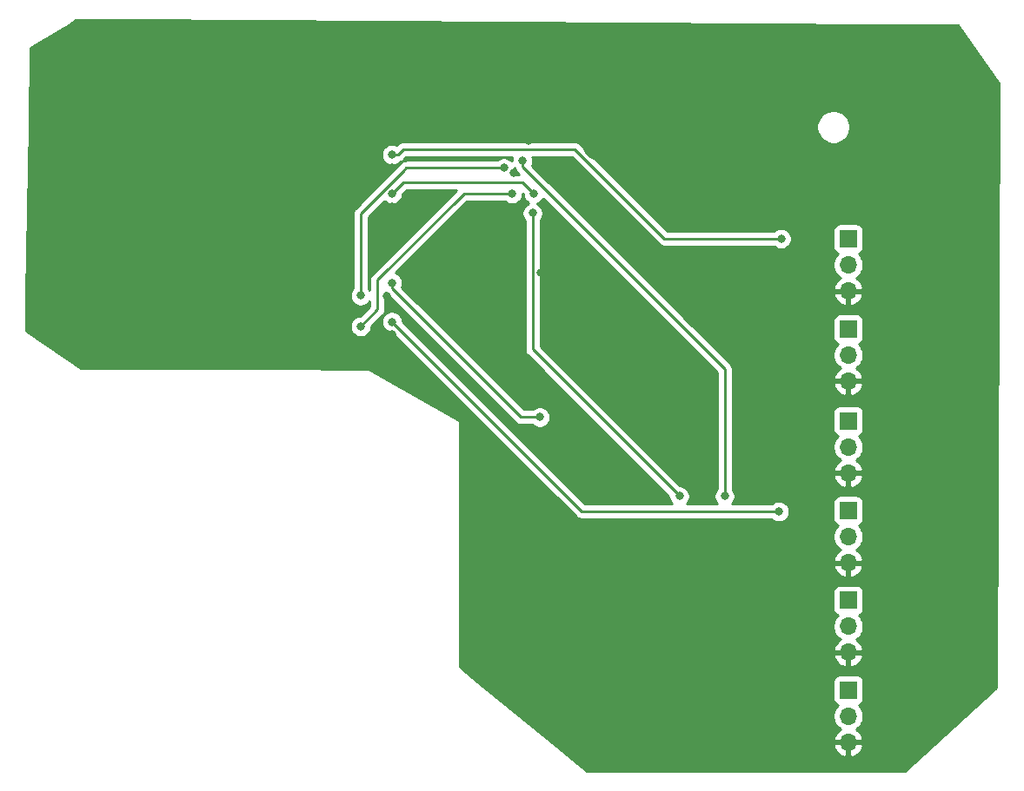
<source format=gbr>
G04 #@! TF.GenerationSoftware,KiCad,Pcbnew,(5.1.5)-3*
G04 #@! TF.CreationDate,2022-02-18T13:47:20-05:00*
G04 #@! TF.ProjectId,Motor board,4d6f746f-7220-4626-9f61-72642e6b6963,rev?*
G04 #@! TF.SameCoordinates,Original*
G04 #@! TF.FileFunction,Copper,L2,Bot*
G04 #@! TF.FilePolarity,Positive*
%FSLAX46Y46*%
G04 Gerber Fmt 4.6, Leading zero omitted, Abs format (unit mm)*
G04 Created by KiCad (PCBNEW (5.1.5)-3) date 2022-02-18 13:47:20*
%MOMM*%
%LPD*%
G04 APERTURE LIST*
%ADD10O,1.700000X1.700000*%
%ADD11R,1.700000X1.700000*%
%ADD12C,3.200000*%
%ADD13C,0.800000*%
%ADD14C,0.250000*%
%ADD15C,0.254000*%
G04 APERTURE END LIST*
D10*
X197750000Y-43290000D03*
X197750000Y-40750000D03*
D11*
X197750000Y-38210000D03*
X197750000Y-47000000D03*
D10*
X197750000Y-49540000D03*
X197750000Y-52080000D03*
X197750000Y-61040000D03*
X197750000Y-58500000D03*
D11*
X197750000Y-55960000D03*
X197750000Y-64710000D03*
D10*
X197750000Y-67250000D03*
X197750000Y-69790000D03*
X197750000Y-78540000D03*
X197750000Y-76000000D03*
D11*
X197750000Y-73460000D03*
X197750000Y-82210000D03*
D10*
X197750000Y-84750000D03*
X197750000Y-87290000D03*
D12*
X182600000Y-87800000D03*
D13*
X166600000Y-28600000D03*
X152800000Y-43800000D03*
X152800000Y-39900000D03*
X153300000Y-31300000D03*
X153300000Y-27500000D03*
X165200000Y-31800000D03*
X167800000Y-41500000D03*
X195000000Y-53300000D03*
X153300000Y-47500000D03*
X153300000Y-35100000D03*
D12*
X190600000Y-20800000D03*
X173500000Y-29000000D03*
D13*
X180700000Y-34100000D03*
X195000000Y-62250000D03*
X195000000Y-71000000D03*
X195000000Y-79750000D03*
X195000000Y-88500000D03*
X195000000Y-44400000D03*
X164200000Y-47600000D03*
X166000000Y-30600000D03*
X185700000Y-63300000D03*
X150250000Y-43750000D03*
X164200000Y-31300000D03*
X150250000Y-46750000D03*
X165000000Y-33800000D03*
X167000000Y-35700000D03*
X181300000Y-63300000D03*
X153300000Y-33800000D03*
X167100000Y-33800000D03*
X191200000Y-38200000D03*
X153300000Y-30000000D03*
X153300000Y-42500000D03*
X167700000Y-55600000D03*
X191000000Y-64800000D03*
X153300000Y-46300000D03*
D14*
X185700000Y-50900000D02*
X185700000Y-63300000D01*
X166000000Y-31200000D02*
X185700000Y-50900000D01*
X166000000Y-30600000D02*
X166000000Y-31200000D01*
X150250000Y-35776998D02*
X150250000Y-43750000D01*
X154700000Y-31300000D02*
X154400000Y-31600000D01*
X164200000Y-31300000D02*
X154700000Y-31300000D01*
X154400000Y-31600000D02*
X150250000Y-35776998D01*
X151900000Y-45100000D02*
X150250000Y-46750000D01*
X151900000Y-42200000D02*
X151900000Y-45100000D01*
X164900000Y-33800000D02*
X160300000Y-33800000D01*
X160300000Y-33800000D02*
X151900000Y-42200000D01*
X167000000Y-49000000D02*
X181300000Y-63300000D01*
X167000000Y-35700000D02*
X167000000Y-49000000D01*
X153300000Y-33800000D02*
X154400000Y-32700000D01*
X154400000Y-32700000D02*
X166000000Y-32700000D01*
X166000000Y-32700000D02*
X167100000Y-33800000D01*
X190634315Y-38200000D02*
X191200000Y-38200000D01*
X179850998Y-38200000D02*
X190634315Y-38200000D01*
X171125997Y-29474999D02*
X179850998Y-38200000D01*
X154390686Y-29474999D02*
X171125997Y-29474999D01*
X153865685Y-30000000D02*
X154390686Y-29474999D01*
X153300000Y-30000000D02*
X153865685Y-30000000D01*
X167134315Y-55600000D02*
X167700000Y-55600000D01*
X165834315Y-55600000D02*
X167134315Y-55600000D01*
X153300000Y-43065685D02*
X165834315Y-55600000D01*
X153300000Y-42500000D02*
X153300000Y-43065685D01*
X171800000Y-64800000D02*
X155200000Y-48200000D01*
X191000000Y-64800000D02*
X171800000Y-64800000D01*
X155200000Y-48200000D02*
X153300000Y-46300000D01*
D15*
G36*
X200749189Y-17376997D02*
G01*
X200750000Y-17377000D01*
X208433641Y-17377000D01*
X212372831Y-23039586D01*
X212123236Y-81943915D01*
X203236599Y-90090000D01*
X172267855Y-90090000D01*
X172254271Y-90089264D01*
X169275767Y-87646890D01*
X196308524Y-87646890D01*
X196353175Y-87794099D01*
X196478359Y-88056920D01*
X196652412Y-88290269D01*
X196868645Y-88485178D01*
X197118748Y-88634157D01*
X197393109Y-88731481D01*
X197623000Y-88610814D01*
X197623000Y-87417000D01*
X197877000Y-87417000D01*
X197877000Y-88610814D01*
X198106891Y-88731481D01*
X198381252Y-88634157D01*
X198631355Y-88485178D01*
X198847588Y-88290269D01*
X199021641Y-88056920D01*
X199146825Y-87794099D01*
X199191476Y-87646890D01*
X199070155Y-87417000D01*
X197877000Y-87417000D01*
X197623000Y-87417000D01*
X196429845Y-87417000D01*
X196308524Y-87646890D01*
X169275767Y-87646890D01*
X161608827Y-81360000D01*
X196261928Y-81360000D01*
X196261928Y-83060000D01*
X196274188Y-83184482D01*
X196310498Y-83304180D01*
X196369463Y-83414494D01*
X196448815Y-83511185D01*
X196545506Y-83590537D01*
X196655820Y-83649502D01*
X196728380Y-83671513D01*
X196596525Y-83803368D01*
X196434010Y-84046589D01*
X196322068Y-84316842D01*
X196265000Y-84603740D01*
X196265000Y-84896260D01*
X196322068Y-85183158D01*
X196434010Y-85453411D01*
X196596525Y-85696632D01*
X196803368Y-85903475D01*
X196985534Y-86025195D01*
X196868645Y-86094822D01*
X196652412Y-86289731D01*
X196478359Y-86523080D01*
X196353175Y-86785901D01*
X196308524Y-86933110D01*
X196429845Y-87163000D01*
X197623000Y-87163000D01*
X197623000Y-87143000D01*
X197877000Y-87143000D01*
X197877000Y-87163000D01*
X199070155Y-87163000D01*
X199191476Y-86933110D01*
X199146825Y-86785901D01*
X199021641Y-86523080D01*
X198847588Y-86289731D01*
X198631355Y-86094822D01*
X198514466Y-86025195D01*
X198696632Y-85903475D01*
X198903475Y-85696632D01*
X199065990Y-85453411D01*
X199177932Y-85183158D01*
X199235000Y-84896260D01*
X199235000Y-84603740D01*
X199177932Y-84316842D01*
X199065990Y-84046589D01*
X198903475Y-83803368D01*
X198771620Y-83671513D01*
X198844180Y-83649502D01*
X198954494Y-83590537D01*
X199051185Y-83511185D01*
X199130537Y-83414494D01*
X199189502Y-83304180D01*
X199225812Y-83184482D01*
X199238072Y-83060000D01*
X199238072Y-81360000D01*
X199225812Y-81235518D01*
X199189502Y-81115820D01*
X199130537Y-81005506D01*
X199051185Y-80908815D01*
X198954494Y-80829463D01*
X198844180Y-80770498D01*
X198724482Y-80734188D01*
X198600000Y-80721928D01*
X196900000Y-80721928D01*
X196775518Y-80734188D01*
X196655820Y-80770498D01*
X196545506Y-80829463D01*
X196448815Y-80908815D01*
X196369463Y-81005506D01*
X196310498Y-81115820D01*
X196274188Y-81235518D01*
X196261928Y-81360000D01*
X161608827Y-81360000D01*
X159877000Y-79939902D01*
X159877000Y-78896890D01*
X196308524Y-78896890D01*
X196353175Y-79044099D01*
X196478359Y-79306920D01*
X196652412Y-79540269D01*
X196868645Y-79735178D01*
X197118748Y-79884157D01*
X197393109Y-79981481D01*
X197623000Y-79860814D01*
X197623000Y-78667000D01*
X197877000Y-78667000D01*
X197877000Y-79860814D01*
X198106891Y-79981481D01*
X198381252Y-79884157D01*
X198631355Y-79735178D01*
X198847588Y-79540269D01*
X199021641Y-79306920D01*
X199146825Y-79044099D01*
X199191476Y-78896890D01*
X199070155Y-78667000D01*
X197877000Y-78667000D01*
X197623000Y-78667000D01*
X196429845Y-78667000D01*
X196308524Y-78896890D01*
X159877000Y-78896890D01*
X159877000Y-72610000D01*
X196261928Y-72610000D01*
X196261928Y-74310000D01*
X196274188Y-74434482D01*
X196310498Y-74554180D01*
X196369463Y-74664494D01*
X196448815Y-74761185D01*
X196545506Y-74840537D01*
X196655820Y-74899502D01*
X196728380Y-74921513D01*
X196596525Y-75053368D01*
X196434010Y-75296589D01*
X196322068Y-75566842D01*
X196265000Y-75853740D01*
X196265000Y-76146260D01*
X196322068Y-76433158D01*
X196434010Y-76703411D01*
X196596525Y-76946632D01*
X196803368Y-77153475D01*
X196985534Y-77275195D01*
X196868645Y-77344822D01*
X196652412Y-77539731D01*
X196478359Y-77773080D01*
X196353175Y-78035901D01*
X196308524Y-78183110D01*
X196429845Y-78413000D01*
X197623000Y-78413000D01*
X197623000Y-78393000D01*
X197877000Y-78393000D01*
X197877000Y-78413000D01*
X199070155Y-78413000D01*
X199191476Y-78183110D01*
X199146825Y-78035901D01*
X199021641Y-77773080D01*
X198847588Y-77539731D01*
X198631355Y-77344822D01*
X198514466Y-77275195D01*
X198696632Y-77153475D01*
X198903475Y-76946632D01*
X199065990Y-76703411D01*
X199177932Y-76433158D01*
X199235000Y-76146260D01*
X199235000Y-75853740D01*
X199177932Y-75566842D01*
X199065990Y-75296589D01*
X198903475Y-75053368D01*
X198771620Y-74921513D01*
X198844180Y-74899502D01*
X198954494Y-74840537D01*
X199051185Y-74761185D01*
X199130537Y-74664494D01*
X199189502Y-74554180D01*
X199225812Y-74434482D01*
X199238072Y-74310000D01*
X199238072Y-72610000D01*
X199225812Y-72485518D01*
X199189502Y-72365820D01*
X199130537Y-72255506D01*
X199051185Y-72158815D01*
X198954494Y-72079463D01*
X198844180Y-72020498D01*
X198724482Y-71984188D01*
X198600000Y-71971928D01*
X196900000Y-71971928D01*
X196775518Y-71984188D01*
X196655820Y-72020498D01*
X196545506Y-72079463D01*
X196448815Y-72158815D01*
X196369463Y-72255506D01*
X196310498Y-72365820D01*
X196274188Y-72485518D01*
X196261928Y-72610000D01*
X159877000Y-72610000D01*
X159877000Y-70146890D01*
X196308524Y-70146890D01*
X196353175Y-70294099D01*
X196478359Y-70556920D01*
X196652412Y-70790269D01*
X196868645Y-70985178D01*
X197118748Y-71134157D01*
X197393109Y-71231481D01*
X197623000Y-71110814D01*
X197623000Y-69917000D01*
X197877000Y-69917000D01*
X197877000Y-71110814D01*
X198106891Y-71231481D01*
X198381252Y-71134157D01*
X198631355Y-70985178D01*
X198847588Y-70790269D01*
X199021641Y-70556920D01*
X199146825Y-70294099D01*
X199191476Y-70146890D01*
X199070155Y-69917000D01*
X197877000Y-69917000D01*
X197623000Y-69917000D01*
X196429845Y-69917000D01*
X196308524Y-70146890D01*
X159877000Y-70146890D01*
X159877000Y-56000000D01*
X159874560Y-55975224D01*
X159867333Y-55951399D01*
X159855597Y-55929443D01*
X159839803Y-55910197D01*
X159813010Y-55889733D01*
X151063010Y-50889733D01*
X151040287Y-50879559D01*
X151016016Y-50874014D01*
X151000000Y-50873000D01*
X146608686Y-50873000D01*
X146050777Y-50841808D01*
X146032419Y-50840000D01*
X122990776Y-50840000D01*
X117628215Y-47183708D01*
X117691920Y-43648061D01*
X149215000Y-43648061D01*
X149215000Y-43851939D01*
X149254774Y-44051898D01*
X149332795Y-44240256D01*
X149446063Y-44409774D01*
X149590226Y-44553937D01*
X149759744Y-44667205D01*
X149948102Y-44745226D01*
X150148061Y-44785000D01*
X150351939Y-44785000D01*
X150551898Y-44745226D01*
X150740256Y-44667205D01*
X150909774Y-44553937D01*
X151053937Y-44409774D01*
X151140001Y-44280970D01*
X151140001Y-44785196D01*
X150210198Y-45715000D01*
X150148061Y-45715000D01*
X149948102Y-45754774D01*
X149759744Y-45832795D01*
X149590226Y-45946063D01*
X149446063Y-46090226D01*
X149332795Y-46259744D01*
X149254774Y-46448102D01*
X149215000Y-46648061D01*
X149215000Y-46851939D01*
X149254774Y-47051898D01*
X149332795Y-47240256D01*
X149446063Y-47409774D01*
X149590226Y-47553937D01*
X149759744Y-47667205D01*
X149948102Y-47745226D01*
X150148061Y-47785000D01*
X150351939Y-47785000D01*
X150551898Y-47745226D01*
X150740256Y-47667205D01*
X150909774Y-47553937D01*
X151053937Y-47409774D01*
X151167205Y-47240256D01*
X151245226Y-47051898D01*
X151285000Y-46851939D01*
X151285000Y-46789802D01*
X152411008Y-45663795D01*
X152440001Y-45640001D01*
X152463795Y-45611008D01*
X152463799Y-45611004D01*
X152534973Y-45524277D01*
X152539955Y-45514957D01*
X152605546Y-45392247D01*
X152649003Y-45248986D01*
X152660000Y-45137333D01*
X152660000Y-45137324D01*
X152663676Y-45100001D01*
X152660000Y-45062678D01*
X152660000Y-43480558D01*
X152665026Y-43489961D01*
X152736201Y-43576687D01*
X152760000Y-43605686D01*
X152788998Y-43629484D01*
X165270516Y-56111003D01*
X165294314Y-56140001D01*
X165410039Y-56234974D01*
X165542068Y-56305546D01*
X165685329Y-56349003D01*
X165796982Y-56360000D01*
X165796991Y-56360000D01*
X165834314Y-56363676D01*
X165871637Y-56360000D01*
X166996289Y-56360000D01*
X167040226Y-56403937D01*
X167209744Y-56517205D01*
X167398102Y-56595226D01*
X167598061Y-56635000D01*
X167801939Y-56635000D01*
X168001898Y-56595226D01*
X168190256Y-56517205D01*
X168359774Y-56403937D01*
X168503937Y-56259774D01*
X168617205Y-56090256D01*
X168695226Y-55901898D01*
X168735000Y-55701939D01*
X168735000Y-55498061D01*
X168695226Y-55298102D01*
X168617205Y-55109744D01*
X168503937Y-54940226D01*
X168359774Y-54796063D01*
X168190256Y-54682795D01*
X168001898Y-54604774D01*
X167801939Y-54565000D01*
X167598061Y-54565000D01*
X167398102Y-54604774D01*
X167209744Y-54682795D01*
X167040226Y-54796063D01*
X166996289Y-54840000D01*
X166149117Y-54840000D01*
X154241271Y-42932155D01*
X154295226Y-42801898D01*
X154335000Y-42601939D01*
X154335000Y-42398061D01*
X154295226Y-42198102D01*
X154217205Y-42009744D01*
X154103937Y-41840226D01*
X153959774Y-41696063D01*
X153790256Y-41582795D01*
X153650072Y-41524729D01*
X160614802Y-34560000D01*
X164296289Y-34560000D01*
X164340226Y-34603937D01*
X164509744Y-34717205D01*
X164698102Y-34795226D01*
X164898061Y-34835000D01*
X165101939Y-34835000D01*
X165301898Y-34795226D01*
X165490256Y-34717205D01*
X165659774Y-34603937D01*
X165803937Y-34459774D01*
X165917205Y-34290256D01*
X165995226Y-34101898D01*
X166035000Y-33901939D01*
X166035000Y-33809802D01*
X166065000Y-33839802D01*
X166065000Y-33901939D01*
X166104774Y-34101898D01*
X166182795Y-34290256D01*
X166296063Y-34459774D01*
X166440226Y-34603937D01*
X166609744Y-34717205D01*
X166638918Y-34729289D01*
X166509744Y-34782795D01*
X166340226Y-34896063D01*
X166196063Y-35040226D01*
X166082795Y-35209744D01*
X166004774Y-35398102D01*
X165965000Y-35598061D01*
X165965000Y-35801939D01*
X166004774Y-36001898D01*
X166082795Y-36190256D01*
X166196063Y-36359774D01*
X166240000Y-36403711D01*
X166240001Y-48962668D01*
X166236324Y-49000000D01*
X166250998Y-49148985D01*
X166294454Y-49292246D01*
X166365026Y-49424276D01*
X166396287Y-49462367D01*
X166460000Y-49540001D01*
X166488998Y-49563799D01*
X180265000Y-63339802D01*
X180265000Y-63401939D01*
X180304774Y-63601898D01*
X180382795Y-63790256D01*
X180496063Y-63959774D01*
X180576289Y-64040000D01*
X172114802Y-64040000D01*
X155763804Y-47689003D01*
X155763799Y-47688997D01*
X154335000Y-46260199D01*
X154335000Y-46198061D01*
X154295226Y-45998102D01*
X154217205Y-45809744D01*
X154103937Y-45640226D01*
X153959774Y-45496063D01*
X153790256Y-45382795D01*
X153601898Y-45304774D01*
X153401939Y-45265000D01*
X153198061Y-45265000D01*
X152998102Y-45304774D01*
X152809744Y-45382795D01*
X152640226Y-45496063D01*
X152496063Y-45640226D01*
X152382795Y-45809744D01*
X152304774Y-45998102D01*
X152265000Y-46198061D01*
X152265000Y-46401939D01*
X152304774Y-46601898D01*
X152382795Y-46790256D01*
X152496063Y-46959774D01*
X152640226Y-47103937D01*
X152809744Y-47217205D01*
X152998102Y-47295226D01*
X153198061Y-47335000D01*
X153260199Y-47335000D01*
X154688997Y-48763799D01*
X154689003Y-48763804D01*
X171236201Y-65311003D01*
X171259999Y-65340001D01*
X171288997Y-65363799D01*
X171375723Y-65434974D01*
X171507753Y-65505546D01*
X171651014Y-65549003D01*
X171762667Y-65560000D01*
X171762676Y-65560000D01*
X171799999Y-65563676D01*
X171837322Y-65560000D01*
X190296289Y-65560000D01*
X190340226Y-65603937D01*
X190509744Y-65717205D01*
X190698102Y-65795226D01*
X190898061Y-65835000D01*
X191101939Y-65835000D01*
X191301898Y-65795226D01*
X191490256Y-65717205D01*
X191659774Y-65603937D01*
X191803937Y-65459774D01*
X191917205Y-65290256D01*
X191995226Y-65101898D01*
X192035000Y-64901939D01*
X192035000Y-64698061D01*
X191995226Y-64498102D01*
X191917205Y-64309744D01*
X191803937Y-64140226D01*
X191659774Y-63996063D01*
X191490256Y-63882795D01*
X191435225Y-63860000D01*
X196261928Y-63860000D01*
X196261928Y-65560000D01*
X196274188Y-65684482D01*
X196310498Y-65804180D01*
X196369463Y-65914494D01*
X196448815Y-66011185D01*
X196545506Y-66090537D01*
X196655820Y-66149502D01*
X196728380Y-66171513D01*
X196596525Y-66303368D01*
X196434010Y-66546589D01*
X196322068Y-66816842D01*
X196265000Y-67103740D01*
X196265000Y-67396260D01*
X196322068Y-67683158D01*
X196434010Y-67953411D01*
X196596525Y-68196632D01*
X196803368Y-68403475D01*
X196985534Y-68525195D01*
X196868645Y-68594822D01*
X196652412Y-68789731D01*
X196478359Y-69023080D01*
X196353175Y-69285901D01*
X196308524Y-69433110D01*
X196429845Y-69663000D01*
X197623000Y-69663000D01*
X197623000Y-69643000D01*
X197877000Y-69643000D01*
X197877000Y-69663000D01*
X199070155Y-69663000D01*
X199191476Y-69433110D01*
X199146825Y-69285901D01*
X199021641Y-69023080D01*
X198847588Y-68789731D01*
X198631355Y-68594822D01*
X198514466Y-68525195D01*
X198696632Y-68403475D01*
X198903475Y-68196632D01*
X199065990Y-67953411D01*
X199177932Y-67683158D01*
X199235000Y-67396260D01*
X199235000Y-67103740D01*
X199177932Y-66816842D01*
X199065990Y-66546589D01*
X198903475Y-66303368D01*
X198771620Y-66171513D01*
X198844180Y-66149502D01*
X198954494Y-66090537D01*
X199051185Y-66011185D01*
X199130537Y-65914494D01*
X199189502Y-65804180D01*
X199225812Y-65684482D01*
X199238072Y-65560000D01*
X199238072Y-63860000D01*
X199225812Y-63735518D01*
X199189502Y-63615820D01*
X199130537Y-63505506D01*
X199051185Y-63408815D01*
X198954494Y-63329463D01*
X198844180Y-63270498D01*
X198724482Y-63234188D01*
X198600000Y-63221928D01*
X196900000Y-63221928D01*
X196775518Y-63234188D01*
X196655820Y-63270498D01*
X196545506Y-63329463D01*
X196448815Y-63408815D01*
X196369463Y-63505506D01*
X196310498Y-63615820D01*
X196274188Y-63735518D01*
X196261928Y-63860000D01*
X191435225Y-63860000D01*
X191301898Y-63804774D01*
X191101939Y-63765000D01*
X190898061Y-63765000D01*
X190698102Y-63804774D01*
X190509744Y-63882795D01*
X190340226Y-63996063D01*
X190296289Y-64040000D01*
X186423711Y-64040000D01*
X186503937Y-63959774D01*
X186617205Y-63790256D01*
X186695226Y-63601898D01*
X186735000Y-63401939D01*
X186735000Y-63198061D01*
X186695226Y-62998102D01*
X186617205Y-62809744D01*
X186503937Y-62640226D01*
X186460000Y-62596289D01*
X186460000Y-61396890D01*
X196308524Y-61396890D01*
X196353175Y-61544099D01*
X196478359Y-61806920D01*
X196652412Y-62040269D01*
X196868645Y-62235178D01*
X197118748Y-62384157D01*
X197393109Y-62481481D01*
X197623000Y-62360814D01*
X197623000Y-61167000D01*
X197877000Y-61167000D01*
X197877000Y-62360814D01*
X198106891Y-62481481D01*
X198381252Y-62384157D01*
X198631355Y-62235178D01*
X198847588Y-62040269D01*
X199021641Y-61806920D01*
X199146825Y-61544099D01*
X199191476Y-61396890D01*
X199070155Y-61167000D01*
X197877000Y-61167000D01*
X197623000Y-61167000D01*
X196429845Y-61167000D01*
X196308524Y-61396890D01*
X186460000Y-61396890D01*
X186460000Y-55110000D01*
X196261928Y-55110000D01*
X196261928Y-56810000D01*
X196274188Y-56934482D01*
X196310498Y-57054180D01*
X196369463Y-57164494D01*
X196448815Y-57261185D01*
X196545506Y-57340537D01*
X196655820Y-57399502D01*
X196728380Y-57421513D01*
X196596525Y-57553368D01*
X196434010Y-57796589D01*
X196322068Y-58066842D01*
X196265000Y-58353740D01*
X196265000Y-58646260D01*
X196322068Y-58933158D01*
X196434010Y-59203411D01*
X196596525Y-59446632D01*
X196803368Y-59653475D01*
X196985534Y-59775195D01*
X196868645Y-59844822D01*
X196652412Y-60039731D01*
X196478359Y-60273080D01*
X196353175Y-60535901D01*
X196308524Y-60683110D01*
X196429845Y-60913000D01*
X197623000Y-60913000D01*
X197623000Y-60893000D01*
X197877000Y-60893000D01*
X197877000Y-60913000D01*
X199070155Y-60913000D01*
X199191476Y-60683110D01*
X199146825Y-60535901D01*
X199021641Y-60273080D01*
X198847588Y-60039731D01*
X198631355Y-59844822D01*
X198514466Y-59775195D01*
X198696632Y-59653475D01*
X198903475Y-59446632D01*
X199065990Y-59203411D01*
X199177932Y-58933158D01*
X199235000Y-58646260D01*
X199235000Y-58353740D01*
X199177932Y-58066842D01*
X199065990Y-57796589D01*
X198903475Y-57553368D01*
X198771620Y-57421513D01*
X198844180Y-57399502D01*
X198954494Y-57340537D01*
X199051185Y-57261185D01*
X199130537Y-57164494D01*
X199189502Y-57054180D01*
X199225812Y-56934482D01*
X199238072Y-56810000D01*
X199238072Y-55110000D01*
X199225812Y-54985518D01*
X199189502Y-54865820D01*
X199130537Y-54755506D01*
X199051185Y-54658815D01*
X198954494Y-54579463D01*
X198844180Y-54520498D01*
X198724482Y-54484188D01*
X198600000Y-54471928D01*
X196900000Y-54471928D01*
X196775518Y-54484188D01*
X196655820Y-54520498D01*
X196545506Y-54579463D01*
X196448815Y-54658815D01*
X196369463Y-54755506D01*
X196310498Y-54865820D01*
X196274188Y-54985518D01*
X196261928Y-55110000D01*
X186460000Y-55110000D01*
X186460000Y-52436890D01*
X196308524Y-52436890D01*
X196353175Y-52584099D01*
X196478359Y-52846920D01*
X196652412Y-53080269D01*
X196868645Y-53275178D01*
X197118748Y-53424157D01*
X197393109Y-53521481D01*
X197623000Y-53400814D01*
X197623000Y-52207000D01*
X197877000Y-52207000D01*
X197877000Y-53400814D01*
X198106891Y-53521481D01*
X198381252Y-53424157D01*
X198631355Y-53275178D01*
X198847588Y-53080269D01*
X199021641Y-52846920D01*
X199146825Y-52584099D01*
X199191476Y-52436890D01*
X199070155Y-52207000D01*
X197877000Y-52207000D01*
X197623000Y-52207000D01*
X196429845Y-52207000D01*
X196308524Y-52436890D01*
X186460000Y-52436890D01*
X186460000Y-50937322D01*
X186463676Y-50899999D01*
X186460000Y-50862676D01*
X186460000Y-50862667D01*
X186449003Y-50751014D01*
X186405546Y-50607753D01*
X186334974Y-50475724D01*
X186240001Y-50359999D01*
X186211004Y-50336202D01*
X182024802Y-46150000D01*
X196261928Y-46150000D01*
X196261928Y-47850000D01*
X196274188Y-47974482D01*
X196310498Y-48094180D01*
X196369463Y-48204494D01*
X196448815Y-48301185D01*
X196545506Y-48380537D01*
X196655820Y-48439502D01*
X196728380Y-48461513D01*
X196596525Y-48593368D01*
X196434010Y-48836589D01*
X196322068Y-49106842D01*
X196265000Y-49393740D01*
X196265000Y-49686260D01*
X196322068Y-49973158D01*
X196434010Y-50243411D01*
X196596525Y-50486632D01*
X196803368Y-50693475D01*
X196985534Y-50815195D01*
X196868645Y-50884822D01*
X196652412Y-51079731D01*
X196478359Y-51313080D01*
X196353175Y-51575901D01*
X196308524Y-51723110D01*
X196429845Y-51953000D01*
X197623000Y-51953000D01*
X197623000Y-51933000D01*
X197877000Y-51933000D01*
X197877000Y-51953000D01*
X199070155Y-51953000D01*
X199191476Y-51723110D01*
X199146825Y-51575901D01*
X199021641Y-51313080D01*
X198847588Y-51079731D01*
X198631355Y-50884822D01*
X198514466Y-50815195D01*
X198696632Y-50693475D01*
X198903475Y-50486632D01*
X199065990Y-50243411D01*
X199177932Y-49973158D01*
X199235000Y-49686260D01*
X199235000Y-49393740D01*
X199177932Y-49106842D01*
X199065990Y-48836589D01*
X198903475Y-48593368D01*
X198771620Y-48461513D01*
X198844180Y-48439502D01*
X198954494Y-48380537D01*
X199051185Y-48301185D01*
X199130537Y-48204494D01*
X199189502Y-48094180D01*
X199225812Y-47974482D01*
X199238072Y-47850000D01*
X199238072Y-46150000D01*
X199225812Y-46025518D01*
X199189502Y-45905820D01*
X199130537Y-45795506D01*
X199051185Y-45698815D01*
X198954494Y-45619463D01*
X198844180Y-45560498D01*
X198724482Y-45524188D01*
X198600000Y-45511928D01*
X196900000Y-45511928D01*
X196775518Y-45524188D01*
X196655820Y-45560498D01*
X196545506Y-45619463D01*
X196448815Y-45698815D01*
X196369463Y-45795506D01*
X196310498Y-45905820D01*
X196274188Y-46025518D01*
X196261928Y-46150000D01*
X182024802Y-46150000D01*
X179521692Y-43646890D01*
X196308524Y-43646890D01*
X196353175Y-43794099D01*
X196478359Y-44056920D01*
X196652412Y-44290269D01*
X196868645Y-44485178D01*
X197118748Y-44634157D01*
X197393109Y-44731481D01*
X197623000Y-44610814D01*
X197623000Y-43417000D01*
X197877000Y-43417000D01*
X197877000Y-44610814D01*
X198106891Y-44731481D01*
X198381252Y-44634157D01*
X198631355Y-44485178D01*
X198847588Y-44290269D01*
X199021641Y-44056920D01*
X199146825Y-43794099D01*
X199191476Y-43646890D01*
X199070155Y-43417000D01*
X197877000Y-43417000D01*
X197623000Y-43417000D01*
X196429845Y-43417000D01*
X196308524Y-43646890D01*
X179521692Y-43646890D01*
X166931221Y-31056420D01*
X166995226Y-30901898D01*
X167035000Y-30701939D01*
X167035000Y-30498061D01*
X166995226Y-30298102D01*
X166969088Y-30234999D01*
X170811196Y-30234999D01*
X179287199Y-38711003D01*
X179310997Y-38740001D01*
X179426722Y-38834974D01*
X179558751Y-38905546D01*
X179702012Y-38949003D01*
X179813665Y-38960000D01*
X179813673Y-38960000D01*
X179850998Y-38963676D01*
X179888323Y-38960000D01*
X190496289Y-38960000D01*
X190540226Y-39003937D01*
X190709744Y-39117205D01*
X190898102Y-39195226D01*
X191098061Y-39235000D01*
X191301939Y-39235000D01*
X191501898Y-39195226D01*
X191690256Y-39117205D01*
X191859774Y-39003937D01*
X192003937Y-38859774D01*
X192117205Y-38690256D01*
X192195226Y-38501898D01*
X192235000Y-38301939D01*
X192235000Y-38098061D01*
X192195226Y-37898102D01*
X192117205Y-37709744D01*
X192003937Y-37540226D01*
X191859774Y-37396063D01*
X191805802Y-37360000D01*
X196261928Y-37360000D01*
X196261928Y-39060000D01*
X196274188Y-39184482D01*
X196310498Y-39304180D01*
X196369463Y-39414494D01*
X196448815Y-39511185D01*
X196545506Y-39590537D01*
X196655820Y-39649502D01*
X196728380Y-39671513D01*
X196596525Y-39803368D01*
X196434010Y-40046589D01*
X196322068Y-40316842D01*
X196265000Y-40603740D01*
X196265000Y-40896260D01*
X196322068Y-41183158D01*
X196434010Y-41453411D01*
X196596525Y-41696632D01*
X196803368Y-41903475D01*
X196985534Y-42025195D01*
X196868645Y-42094822D01*
X196652412Y-42289731D01*
X196478359Y-42523080D01*
X196353175Y-42785901D01*
X196308524Y-42933110D01*
X196429845Y-43163000D01*
X197623000Y-43163000D01*
X197623000Y-43143000D01*
X197877000Y-43143000D01*
X197877000Y-43163000D01*
X199070155Y-43163000D01*
X199191476Y-42933110D01*
X199146825Y-42785901D01*
X199021641Y-42523080D01*
X198847588Y-42289731D01*
X198631355Y-42094822D01*
X198514466Y-42025195D01*
X198696632Y-41903475D01*
X198903475Y-41696632D01*
X199065990Y-41453411D01*
X199177932Y-41183158D01*
X199235000Y-40896260D01*
X199235000Y-40603740D01*
X199177932Y-40316842D01*
X199065990Y-40046589D01*
X198903475Y-39803368D01*
X198771620Y-39671513D01*
X198844180Y-39649502D01*
X198954494Y-39590537D01*
X199051185Y-39511185D01*
X199130537Y-39414494D01*
X199189502Y-39304180D01*
X199225812Y-39184482D01*
X199238072Y-39060000D01*
X199238072Y-37360000D01*
X199225812Y-37235518D01*
X199189502Y-37115820D01*
X199130537Y-37005506D01*
X199051185Y-36908815D01*
X198954494Y-36829463D01*
X198844180Y-36770498D01*
X198724482Y-36734188D01*
X198600000Y-36721928D01*
X196900000Y-36721928D01*
X196775518Y-36734188D01*
X196655820Y-36770498D01*
X196545506Y-36829463D01*
X196448815Y-36908815D01*
X196369463Y-37005506D01*
X196310498Y-37115820D01*
X196274188Y-37235518D01*
X196261928Y-37360000D01*
X191805802Y-37360000D01*
X191690256Y-37282795D01*
X191501898Y-37204774D01*
X191301939Y-37165000D01*
X191098061Y-37165000D01*
X190898102Y-37204774D01*
X190709744Y-37282795D01*
X190540226Y-37396063D01*
X190496289Y-37440000D01*
X180165800Y-37440000D01*
X171689801Y-28964002D01*
X171665998Y-28934998D01*
X171550273Y-28840025D01*
X171418244Y-28769453D01*
X171274983Y-28725996D01*
X171163330Y-28714999D01*
X171163319Y-28714999D01*
X171125997Y-28711323D01*
X171088675Y-28714999D01*
X154428019Y-28714999D01*
X154390686Y-28711322D01*
X154353353Y-28714999D01*
X154241700Y-28725996D01*
X154098439Y-28769453D01*
X153966410Y-28840025D01*
X153850685Y-28934998D01*
X153826886Y-28963997D01*
X153732155Y-29058729D01*
X153601898Y-29004774D01*
X153401939Y-28965000D01*
X153198061Y-28965000D01*
X152998102Y-29004774D01*
X152809744Y-29082795D01*
X152640226Y-29196063D01*
X152496063Y-29340226D01*
X152382795Y-29509744D01*
X152304774Y-29698102D01*
X152265000Y-29898061D01*
X152265000Y-30101939D01*
X152304774Y-30301898D01*
X152382795Y-30490256D01*
X152496063Y-30659774D01*
X152640226Y-30803937D01*
X152809744Y-30917205D01*
X152998102Y-30995226D01*
X153198061Y-31035000D01*
X153401939Y-31035000D01*
X153601898Y-30995226D01*
X153790256Y-30917205D01*
X153959774Y-30803937D01*
X154014724Y-30748987D01*
X154157932Y-30705546D01*
X154289961Y-30634974D01*
X154405686Y-30540001D01*
X154429488Y-30510998D01*
X154705488Y-30234999D01*
X165030912Y-30234999D01*
X165004774Y-30298102D01*
X164965000Y-30498061D01*
X164965000Y-30601289D01*
X164859774Y-30496063D01*
X164690256Y-30382795D01*
X164501898Y-30304774D01*
X164301939Y-30265000D01*
X164098061Y-30265000D01*
X163898102Y-30304774D01*
X163709744Y-30382795D01*
X163540226Y-30496063D01*
X163496289Y-30540000D01*
X154737322Y-30540000D01*
X154699999Y-30536324D01*
X154662676Y-30540000D01*
X154662667Y-30540000D01*
X154551014Y-30550997D01*
X154407753Y-30594454D01*
X154275724Y-30665026D01*
X154159999Y-30759999D01*
X154136196Y-30789003D01*
X153888132Y-31037067D01*
X153887172Y-31037860D01*
X153861502Y-31063697D01*
X153836201Y-31088998D01*
X153835425Y-31089944D01*
X149738043Y-35213982D01*
X149709999Y-35236997D01*
X149685418Y-35266949D01*
X149684547Y-35267826D01*
X149661697Y-35295854D01*
X149615026Y-35352723D01*
X149614441Y-35353818D01*
X149613654Y-35354783D01*
X149579131Y-35419876D01*
X149544454Y-35484752D01*
X149544093Y-35485941D01*
X149543510Y-35487041D01*
X149522402Y-35557449D01*
X149500997Y-35628013D01*
X149500875Y-35629256D01*
X149500519Y-35630442D01*
X149493568Y-35703439D01*
X149490000Y-35739666D01*
X149490000Y-35740910D01*
X149486328Y-35779473D01*
X149490000Y-35815555D01*
X149490001Y-43046288D01*
X149446063Y-43090226D01*
X149332795Y-43259744D01*
X149254774Y-43448102D01*
X149215000Y-43648061D01*
X117691920Y-43648061D01*
X117989381Y-27138967D01*
X194665000Y-27138967D01*
X194665000Y-27461033D01*
X194727832Y-27776912D01*
X194851082Y-28074463D01*
X195030013Y-28342252D01*
X195257748Y-28569987D01*
X195525537Y-28748918D01*
X195823088Y-28872168D01*
X196138967Y-28935000D01*
X196461033Y-28935000D01*
X196776912Y-28872168D01*
X197074463Y-28748918D01*
X197342252Y-28569987D01*
X197569987Y-28342252D01*
X197748918Y-28074463D01*
X197872168Y-27776912D01*
X197935000Y-27461033D01*
X197935000Y-27138967D01*
X197872168Y-26823088D01*
X197748918Y-26525537D01*
X197569987Y-26257748D01*
X197342252Y-26030013D01*
X197074463Y-25851082D01*
X196776912Y-25727832D01*
X196461033Y-25665000D01*
X196138967Y-25665000D01*
X195823088Y-25727832D01*
X195525537Y-25851082D01*
X195257748Y-26030013D01*
X195030013Y-26257748D01*
X194851082Y-26525537D01*
X194727832Y-26823088D01*
X194665000Y-27138967D01*
X117989381Y-27138967D01*
X118125711Y-19572680D01*
X121815341Y-17358902D01*
X121820447Y-17355670D01*
X122488953Y-16910000D01*
X127664090Y-16910000D01*
X200749189Y-17376997D01*
G37*
X200749189Y-17376997D02*
X200750000Y-17377000D01*
X208433641Y-17377000D01*
X212372831Y-23039586D01*
X212123236Y-81943915D01*
X203236599Y-90090000D01*
X172267855Y-90090000D01*
X172254271Y-90089264D01*
X169275767Y-87646890D01*
X196308524Y-87646890D01*
X196353175Y-87794099D01*
X196478359Y-88056920D01*
X196652412Y-88290269D01*
X196868645Y-88485178D01*
X197118748Y-88634157D01*
X197393109Y-88731481D01*
X197623000Y-88610814D01*
X197623000Y-87417000D01*
X197877000Y-87417000D01*
X197877000Y-88610814D01*
X198106891Y-88731481D01*
X198381252Y-88634157D01*
X198631355Y-88485178D01*
X198847588Y-88290269D01*
X199021641Y-88056920D01*
X199146825Y-87794099D01*
X199191476Y-87646890D01*
X199070155Y-87417000D01*
X197877000Y-87417000D01*
X197623000Y-87417000D01*
X196429845Y-87417000D01*
X196308524Y-87646890D01*
X169275767Y-87646890D01*
X161608827Y-81360000D01*
X196261928Y-81360000D01*
X196261928Y-83060000D01*
X196274188Y-83184482D01*
X196310498Y-83304180D01*
X196369463Y-83414494D01*
X196448815Y-83511185D01*
X196545506Y-83590537D01*
X196655820Y-83649502D01*
X196728380Y-83671513D01*
X196596525Y-83803368D01*
X196434010Y-84046589D01*
X196322068Y-84316842D01*
X196265000Y-84603740D01*
X196265000Y-84896260D01*
X196322068Y-85183158D01*
X196434010Y-85453411D01*
X196596525Y-85696632D01*
X196803368Y-85903475D01*
X196985534Y-86025195D01*
X196868645Y-86094822D01*
X196652412Y-86289731D01*
X196478359Y-86523080D01*
X196353175Y-86785901D01*
X196308524Y-86933110D01*
X196429845Y-87163000D01*
X197623000Y-87163000D01*
X197623000Y-87143000D01*
X197877000Y-87143000D01*
X197877000Y-87163000D01*
X199070155Y-87163000D01*
X199191476Y-86933110D01*
X199146825Y-86785901D01*
X199021641Y-86523080D01*
X198847588Y-86289731D01*
X198631355Y-86094822D01*
X198514466Y-86025195D01*
X198696632Y-85903475D01*
X198903475Y-85696632D01*
X199065990Y-85453411D01*
X199177932Y-85183158D01*
X199235000Y-84896260D01*
X199235000Y-84603740D01*
X199177932Y-84316842D01*
X199065990Y-84046589D01*
X198903475Y-83803368D01*
X198771620Y-83671513D01*
X198844180Y-83649502D01*
X198954494Y-83590537D01*
X199051185Y-83511185D01*
X199130537Y-83414494D01*
X199189502Y-83304180D01*
X199225812Y-83184482D01*
X199238072Y-83060000D01*
X199238072Y-81360000D01*
X199225812Y-81235518D01*
X199189502Y-81115820D01*
X199130537Y-81005506D01*
X199051185Y-80908815D01*
X198954494Y-80829463D01*
X198844180Y-80770498D01*
X198724482Y-80734188D01*
X198600000Y-80721928D01*
X196900000Y-80721928D01*
X196775518Y-80734188D01*
X196655820Y-80770498D01*
X196545506Y-80829463D01*
X196448815Y-80908815D01*
X196369463Y-81005506D01*
X196310498Y-81115820D01*
X196274188Y-81235518D01*
X196261928Y-81360000D01*
X161608827Y-81360000D01*
X159877000Y-79939902D01*
X159877000Y-78896890D01*
X196308524Y-78896890D01*
X196353175Y-79044099D01*
X196478359Y-79306920D01*
X196652412Y-79540269D01*
X196868645Y-79735178D01*
X197118748Y-79884157D01*
X197393109Y-79981481D01*
X197623000Y-79860814D01*
X197623000Y-78667000D01*
X197877000Y-78667000D01*
X197877000Y-79860814D01*
X198106891Y-79981481D01*
X198381252Y-79884157D01*
X198631355Y-79735178D01*
X198847588Y-79540269D01*
X199021641Y-79306920D01*
X199146825Y-79044099D01*
X199191476Y-78896890D01*
X199070155Y-78667000D01*
X197877000Y-78667000D01*
X197623000Y-78667000D01*
X196429845Y-78667000D01*
X196308524Y-78896890D01*
X159877000Y-78896890D01*
X159877000Y-72610000D01*
X196261928Y-72610000D01*
X196261928Y-74310000D01*
X196274188Y-74434482D01*
X196310498Y-74554180D01*
X196369463Y-74664494D01*
X196448815Y-74761185D01*
X196545506Y-74840537D01*
X196655820Y-74899502D01*
X196728380Y-74921513D01*
X196596525Y-75053368D01*
X196434010Y-75296589D01*
X196322068Y-75566842D01*
X196265000Y-75853740D01*
X196265000Y-76146260D01*
X196322068Y-76433158D01*
X196434010Y-76703411D01*
X196596525Y-76946632D01*
X196803368Y-77153475D01*
X196985534Y-77275195D01*
X196868645Y-77344822D01*
X196652412Y-77539731D01*
X196478359Y-77773080D01*
X196353175Y-78035901D01*
X196308524Y-78183110D01*
X196429845Y-78413000D01*
X197623000Y-78413000D01*
X197623000Y-78393000D01*
X197877000Y-78393000D01*
X197877000Y-78413000D01*
X199070155Y-78413000D01*
X199191476Y-78183110D01*
X199146825Y-78035901D01*
X199021641Y-77773080D01*
X198847588Y-77539731D01*
X198631355Y-77344822D01*
X198514466Y-77275195D01*
X198696632Y-77153475D01*
X198903475Y-76946632D01*
X199065990Y-76703411D01*
X199177932Y-76433158D01*
X199235000Y-76146260D01*
X199235000Y-75853740D01*
X199177932Y-75566842D01*
X199065990Y-75296589D01*
X198903475Y-75053368D01*
X198771620Y-74921513D01*
X198844180Y-74899502D01*
X198954494Y-74840537D01*
X199051185Y-74761185D01*
X199130537Y-74664494D01*
X199189502Y-74554180D01*
X199225812Y-74434482D01*
X199238072Y-74310000D01*
X199238072Y-72610000D01*
X199225812Y-72485518D01*
X199189502Y-72365820D01*
X199130537Y-72255506D01*
X199051185Y-72158815D01*
X198954494Y-72079463D01*
X198844180Y-72020498D01*
X198724482Y-71984188D01*
X198600000Y-71971928D01*
X196900000Y-71971928D01*
X196775518Y-71984188D01*
X196655820Y-72020498D01*
X196545506Y-72079463D01*
X196448815Y-72158815D01*
X196369463Y-72255506D01*
X196310498Y-72365820D01*
X196274188Y-72485518D01*
X196261928Y-72610000D01*
X159877000Y-72610000D01*
X159877000Y-70146890D01*
X196308524Y-70146890D01*
X196353175Y-70294099D01*
X196478359Y-70556920D01*
X196652412Y-70790269D01*
X196868645Y-70985178D01*
X197118748Y-71134157D01*
X197393109Y-71231481D01*
X197623000Y-71110814D01*
X197623000Y-69917000D01*
X197877000Y-69917000D01*
X197877000Y-71110814D01*
X198106891Y-71231481D01*
X198381252Y-71134157D01*
X198631355Y-70985178D01*
X198847588Y-70790269D01*
X199021641Y-70556920D01*
X199146825Y-70294099D01*
X199191476Y-70146890D01*
X199070155Y-69917000D01*
X197877000Y-69917000D01*
X197623000Y-69917000D01*
X196429845Y-69917000D01*
X196308524Y-70146890D01*
X159877000Y-70146890D01*
X159877000Y-56000000D01*
X159874560Y-55975224D01*
X159867333Y-55951399D01*
X159855597Y-55929443D01*
X159839803Y-55910197D01*
X159813010Y-55889733D01*
X151063010Y-50889733D01*
X151040287Y-50879559D01*
X151016016Y-50874014D01*
X151000000Y-50873000D01*
X146608686Y-50873000D01*
X146050777Y-50841808D01*
X146032419Y-50840000D01*
X122990776Y-50840000D01*
X117628215Y-47183708D01*
X117691920Y-43648061D01*
X149215000Y-43648061D01*
X149215000Y-43851939D01*
X149254774Y-44051898D01*
X149332795Y-44240256D01*
X149446063Y-44409774D01*
X149590226Y-44553937D01*
X149759744Y-44667205D01*
X149948102Y-44745226D01*
X150148061Y-44785000D01*
X150351939Y-44785000D01*
X150551898Y-44745226D01*
X150740256Y-44667205D01*
X150909774Y-44553937D01*
X151053937Y-44409774D01*
X151140001Y-44280970D01*
X151140001Y-44785196D01*
X150210198Y-45715000D01*
X150148061Y-45715000D01*
X149948102Y-45754774D01*
X149759744Y-45832795D01*
X149590226Y-45946063D01*
X149446063Y-46090226D01*
X149332795Y-46259744D01*
X149254774Y-46448102D01*
X149215000Y-46648061D01*
X149215000Y-46851939D01*
X149254774Y-47051898D01*
X149332795Y-47240256D01*
X149446063Y-47409774D01*
X149590226Y-47553937D01*
X149759744Y-47667205D01*
X149948102Y-47745226D01*
X150148061Y-47785000D01*
X150351939Y-47785000D01*
X150551898Y-47745226D01*
X150740256Y-47667205D01*
X150909774Y-47553937D01*
X151053937Y-47409774D01*
X151167205Y-47240256D01*
X151245226Y-47051898D01*
X151285000Y-46851939D01*
X151285000Y-46789802D01*
X152411008Y-45663795D01*
X152440001Y-45640001D01*
X152463795Y-45611008D01*
X152463799Y-45611004D01*
X152534973Y-45524277D01*
X152539955Y-45514957D01*
X152605546Y-45392247D01*
X152649003Y-45248986D01*
X152660000Y-45137333D01*
X152660000Y-45137324D01*
X152663676Y-45100001D01*
X152660000Y-45062678D01*
X152660000Y-43480558D01*
X152665026Y-43489961D01*
X152736201Y-43576687D01*
X152760000Y-43605686D01*
X152788998Y-43629484D01*
X165270516Y-56111003D01*
X165294314Y-56140001D01*
X165410039Y-56234974D01*
X165542068Y-56305546D01*
X165685329Y-56349003D01*
X165796982Y-56360000D01*
X165796991Y-56360000D01*
X165834314Y-56363676D01*
X165871637Y-56360000D01*
X166996289Y-56360000D01*
X167040226Y-56403937D01*
X167209744Y-56517205D01*
X167398102Y-56595226D01*
X167598061Y-56635000D01*
X167801939Y-56635000D01*
X168001898Y-56595226D01*
X168190256Y-56517205D01*
X168359774Y-56403937D01*
X168503937Y-56259774D01*
X168617205Y-56090256D01*
X168695226Y-55901898D01*
X168735000Y-55701939D01*
X168735000Y-55498061D01*
X168695226Y-55298102D01*
X168617205Y-55109744D01*
X168503937Y-54940226D01*
X168359774Y-54796063D01*
X168190256Y-54682795D01*
X168001898Y-54604774D01*
X167801939Y-54565000D01*
X167598061Y-54565000D01*
X167398102Y-54604774D01*
X167209744Y-54682795D01*
X167040226Y-54796063D01*
X166996289Y-54840000D01*
X166149117Y-54840000D01*
X154241271Y-42932155D01*
X154295226Y-42801898D01*
X154335000Y-42601939D01*
X154335000Y-42398061D01*
X154295226Y-42198102D01*
X154217205Y-42009744D01*
X154103937Y-41840226D01*
X153959774Y-41696063D01*
X153790256Y-41582795D01*
X153650072Y-41524729D01*
X160614802Y-34560000D01*
X164296289Y-34560000D01*
X164340226Y-34603937D01*
X164509744Y-34717205D01*
X164698102Y-34795226D01*
X164898061Y-34835000D01*
X165101939Y-34835000D01*
X165301898Y-34795226D01*
X165490256Y-34717205D01*
X165659774Y-34603937D01*
X165803937Y-34459774D01*
X165917205Y-34290256D01*
X165995226Y-34101898D01*
X166035000Y-33901939D01*
X166035000Y-33809802D01*
X166065000Y-33839802D01*
X166065000Y-33901939D01*
X166104774Y-34101898D01*
X166182795Y-34290256D01*
X166296063Y-34459774D01*
X166440226Y-34603937D01*
X166609744Y-34717205D01*
X166638918Y-34729289D01*
X166509744Y-34782795D01*
X166340226Y-34896063D01*
X166196063Y-35040226D01*
X166082795Y-35209744D01*
X166004774Y-35398102D01*
X165965000Y-35598061D01*
X165965000Y-35801939D01*
X166004774Y-36001898D01*
X166082795Y-36190256D01*
X166196063Y-36359774D01*
X166240000Y-36403711D01*
X166240001Y-48962668D01*
X166236324Y-49000000D01*
X166250998Y-49148985D01*
X166294454Y-49292246D01*
X166365026Y-49424276D01*
X166396287Y-49462367D01*
X166460000Y-49540001D01*
X166488998Y-49563799D01*
X180265000Y-63339802D01*
X180265000Y-63401939D01*
X180304774Y-63601898D01*
X180382795Y-63790256D01*
X180496063Y-63959774D01*
X180576289Y-64040000D01*
X172114802Y-64040000D01*
X155763804Y-47689003D01*
X155763799Y-47688997D01*
X154335000Y-46260199D01*
X154335000Y-46198061D01*
X154295226Y-45998102D01*
X154217205Y-45809744D01*
X154103937Y-45640226D01*
X153959774Y-45496063D01*
X153790256Y-45382795D01*
X153601898Y-45304774D01*
X153401939Y-45265000D01*
X153198061Y-45265000D01*
X152998102Y-45304774D01*
X152809744Y-45382795D01*
X152640226Y-45496063D01*
X152496063Y-45640226D01*
X152382795Y-45809744D01*
X152304774Y-45998102D01*
X152265000Y-46198061D01*
X152265000Y-46401939D01*
X152304774Y-46601898D01*
X152382795Y-46790256D01*
X152496063Y-46959774D01*
X152640226Y-47103937D01*
X152809744Y-47217205D01*
X152998102Y-47295226D01*
X153198061Y-47335000D01*
X153260199Y-47335000D01*
X154688997Y-48763799D01*
X154689003Y-48763804D01*
X171236201Y-65311003D01*
X171259999Y-65340001D01*
X171288997Y-65363799D01*
X171375723Y-65434974D01*
X171507753Y-65505546D01*
X171651014Y-65549003D01*
X171762667Y-65560000D01*
X171762676Y-65560000D01*
X171799999Y-65563676D01*
X171837322Y-65560000D01*
X190296289Y-65560000D01*
X190340226Y-65603937D01*
X190509744Y-65717205D01*
X190698102Y-65795226D01*
X190898061Y-65835000D01*
X191101939Y-65835000D01*
X191301898Y-65795226D01*
X191490256Y-65717205D01*
X191659774Y-65603937D01*
X191803937Y-65459774D01*
X191917205Y-65290256D01*
X191995226Y-65101898D01*
X192035000Y-64901939D01*
X192035000Y-64698061D01*
X191995226Y-64498102D01*
X191917205Y-64309744D01*
X191803937Y-64140226D01*
X191659774Y-63996063D01*
X191490256Y-63882795D01*
X191435225Y-63860000D01*
X196261928Y-63860000D01*
X196261928Y-65560000D01*
X196274188Y-65684482D01*
X196310498Y-65804180D01*
X196369463Y-65914494D01*
X196448815Y-66011185D01*
X196545506Y-66090537D01*
X196655820Y-66149502D01*
X196728380Y-66171513D01*
X196596525Y-66303368D01*
X196434010Y-66546589D01*
X196322068Y-66816842D01*
X196265000Y-67103740D01*
X196265000Y-67396260D01*
X196322068Y-67683158D01*
X196434010Y-67953411D01*
X196596525Y-68196632D01*
X196803368Y-68403475D01*
X196985534Y-68525195D01*
X196868645Y-68594822D01*
X196652412Y-68789731D01*
X196478359Y-69023080D01*
X196353175Y-69285901D01*
X196308524Y-69433110D01*
X196429845Y-69663000D01*
X197623000Y-69663000D01*
X197623000Y-69643000D01*
X197877000Y-69643000D01*
X197877000Y-69663000D01*
X199070155Y-69663000D01*
X199191476Y-69433110D01*
X199146825Y-69285901D01*
X199021641Y-69023080D01*
X198847588Y-68789731D01*
X198631355Y-68594822D01*
X198514466Y-68525195D01*
X198696632Y-68403475D01*
X198903475Y-68196632D01*
X199065990Y-67953411D01*
X199177932Y-67683158D01*
X199235000Y-67396260D01*
X199235000Y-67103740D01*
X199177932Y-66816842D01*
X199065990Y-66546589D01*
X198903475Y-66303368D01*
X198771620Y-66171513D01*
X198844180Y-66149502D01*
X198954494Y-66090537D01*
X199051185Y-66011185D01*
X199130537Y-65914494D01*
X199189502Y-65804180D01*
X199225812Y-65684482D01*
X199238072Y-65560000D01*
X199238072Y-63860000D01*
X199225812Y-63735518D01*
X199189502Y-63615820D01*
X199130537Y-63505506D01*
X199051185Y-63408815D01*
X198954494Y-63329463D01*
X198844180Y-63270498D01*
X198724482Y-63234188D01*
X198600000Y-63221928D01*
X196900000Y-63221928D01*
X196775518Y-63234188D01*
X196655820Y-63270498D01*
X196545506Y-63329463D01*
X196448815Y-63408815D01*
X196369463Y-63505506D01*
X196310498Y-63615820D01*
X196274188Y-63735518D01*
X196261928Y-63860000D01*
X191435225Y-63860000D01*
X191301898Y-63804774D01*
X191101939Y-63765000D01*
X190898061Y-63765000D01*
X190698102Y-63804774D01*
X190509744Y-63882795D01*
X190340226Y-63996063D01*
X190296289Y-64040000D01*
X186423711Y-64040000D01*
X186503937Y-63959774D01*
X186617205Y-63790256D01*
X186695226Y-63601898D01*
X186735000Y-63401939D01*
X186735000Y-63198061D01*
X186695226Y-62998102D01*
X186617205Y-62809744D01*
X186503937Y-62640226D01*
X186460000Y-62596289D01*
X186460000Y-61396890D01*
X196308524Y-61396890D01*
X196353175Y-61544099D01*
X196478359Y-61806920D01*
X196652412Y-62040269D01*
X196868645Y-62235178D01*
X197118748Y-62384157D01*
X197393109Y-62481481D01*
X197623000Y-62360814D01*
X197623000Y-61167000D01*
X197877000Y-61167000D01*
X197877000Y-62360814D01*
X198106891Y-62481481D01*
X198381252Y-62384157D01*
X198631355Y-62235178D01*
X198847588Y-62040269D01*
X199021641Y-61806920D01*
X199146825Y-61544099D01*
X199191476Y-61396890D01*
X199070155Y-61167000D01*
X197877000Y-61167000D01*
X197623000Y-61167000D01*
X196429845Y-61167000D01*
X196308524Y-61396890D01*
X186460000Y-61396890D01*
X186460000Y-55110000D01*
X196261928Y-55110000D01*
X196261928Y-56810000D01*
X196274188Y-56934482D01*
X196310498Y-57054180D01*
X196369463Y-57164494D01*
X196448815Y-57261185D01*
X196545506Y-57340537D01*
X196655820Y-57399502D01*
X196728380Y-57421513D01*
X196596525Y-57553368D01*
X196434010Y-57796589D01*
X196322068Y-58066842D01*
X196265000Y-58353740D01*
X196265000Y-58646260D01*
X196322068Y-58933158D01*
X196434010Y-59203411D01*
X196596525Y-59446632D01*
X196803368Y-59653475D01*
X196985534Y-59775195D01*
X196868645Y-59844822D01*
X196652412Y-60039731D01*
X196478359Y-60273080D01*
X196353175Y-60535901D01*
X196308524Y-60683110D01*
X196429845Y-60913000D01*
X197623000Y-60913000D01*
X197623000Y-60893000D01*
X197877000Y-60893000D01*
X197877000Y-60913000D01*
X199070155Y-60913000D01*
X199191476Y-60683110D01*
X199146825Y-60535901D01*
X199021641Y-60273080D01*
X198847588Y-60039731D01*
X198631355Y-59844822D01*
X198514466Y-59775195D01*
X198696632Y-59653475D01*
X198903475Y-59446632D01*
X199065990Y-59203411D01*
X199177932Y-58933158D01*
X199235000Y-58646260D01*
X199235000Y-58353740D01*
X199177932Y-58066842D01*
X199065990Y-57796589D01*
X198903475Y-57553368D01*
X198771620Y-57421513D01*
X198844180Y-57399502D01*
X198954494Y-57340537D01*
X199051185Y-57261185D01*
X199130537Y-57164494D01*
X199189502Y-57054180D01*
X199225812Y-56934482D01*
X199238072Y-56810000D01*
X199238072Y-55110000D01*
X199225812Y-54985518D01*
X199189502Y-54865820D01*
X199130537Y-54755506D01*
X199051185Y-54658815D01*
X198954494Y-54579463D01*
X198844180Y-54520498D01*
X198724482Y-54484188D01*
X198600000Y-54471928D01*
X196900000Y-54471928D01*
X196775518Y-54484188D01*
X196655820Y-54520498D01*
X196545506Y-54579463D01*
X196448815Y-54658815D01*
X196369463Y-54755506D01*
X196310498Y-54865820D01*
X196274188Y-54985518D01*
X196261928Y-55110000D01*
X186460000Y-55110000D01*
X186460000Y-52436890D01*
X196308524Y-52436890D01*
X196353175Y-52584099D01*
X196478359Y-52846920D01*
X196652412Y-53080269D01*
X196868645Y-53275178D01*
X197118748Y-53424157D01*
X197393109Y-53521481D01*
X197623000Y-53400814D01*
X197623000Y-52207000D01*
X197877000Y-52207000D01*
X197877000Y-53400814D01*
X198106891Y-53521481D01*
X198381252Y-53424157D01*
X198631355Y-53275178D01*
X198847588Y-53080269D01*
X199021641Y-52846920D01*
X199146825Y-52584099D01*
X199191476Y-52436890D01*
X199070155Y-52207000D01*
X197877000Y-52207000D01*
X197623000Y-52207000D01*
X196429845Y-52207000D01*
X196308524Y-52436890D01*
X186460000Y-52436890D01*
X186460000Y-50937322D01*
X186463676Y-50899999D01*
X186460000Y-50862676D01*
X186460000Y-50862667D01*
X186449003Y-50751014D01*
X186405546Y-50607753D01*
X186334974Y-50475724D01*
X186240001Y-50359999D01*
X186211004Y-50336202D01*
X182024802Y-46150000D01*
X196261928Y-46150000D01*
X196261928Y-47850000D01*
X196274188Y-47974482D01*
X196310498Y-48094180D01*
X196369463Y-48204494D01*
X196448815Y-48301185D01*
X196545506Y-48380537D01*
X196655820Y-48439502D01*
X196728380Y-48461513D01*
X196596525Y-48593368D01*
X196434010Y-48836589D01*
X196322068Y-49106842D01*
X196265000Y-49393740D01*
X196265000Y-49686260D01*
X196322068Y-49973158D01*
X196434010Y-50243411D01*
X196596525Y-50486632D01*
X196803368Y-50693475D01*
X196985534Y-50815195D01*
X196868645Y-50884822D01*
X196652412Y-51079731D01*
X196478359Y-51313080D01*
X196353175Y-51575901D01*
X196308524Y-51723110D01*
X196429845Y-51953000D01*
X197623000Y-51953000D01*
X197623000Y-51933000D01*
X197877000Y-51933000D01*
X197877000Y-51953000D01*
X199070155Y-51953000D01*
X199191476Y-51723110D01*
X199146825Y-51575901D01*
X199021641Y-51313080D01*
X198847588Y-51079731D01*
X198631355Y-50884822D01*
X198514466Y-50815195D01*
X198696632Y-50693475D01*
X198903475Y-50486632D01*
X199065990Y-50243411D01*
X199177932Y-49973158D01*
X199235000Y-49686260D01*
X199235000Y-49393740D01*
X199177932Y-49106842D01*
X199065990Y-48836589D01*
X198903475Y-48593368D01*
X198771620Y-48461513D01*
X198844180Y-48439502D01*
X198954494Y-48380537D01*
X199051185Y-48301185D01*
X199130537Y-48204494D01*
X199189502Y-48094180D01*
X199225812Y-47974482D01*
X199238072Y-47850000D01*
X199238072Y-46150000D01*
X199225812Y-46025518D01*
X199189502Y-45905820D01*
X199130537Y-45795506D01*
X199051185Y-45698815D01*
X198954494Y-45619463D01*
X198844180Y-45560498D01*
X198724482Y-45524188D01*
X198600000Y-45511928D01*
X196900000Y-45511928D01*
X196775518Y-45524188D01*
X196655820Y-45560498D01*
X196545506Y-45619463D01*
X196448815Y-45698815D01*
X196369463Y-45795506D01*
X196310498Y-45905820D01*
X196274188Y-46025518D01*
X196261928Y-46150000D01*
X182024802Y-46150000D01*
X179521692Y-43646890D01*
X196308524Y-43646890D01*
X196353175Y-43794099D01*
X196478359Y-44056920D01*
X196652412Y-44290269D01*
X196868645Y-44485178D01*
X197118748Y-44634157D01*
X197393109Y-44731481D01*
X197623000Y-44610814D01*
X197623000Y-43417000D01*
X197877000Y-43417000D01*
X197877000Y-44610814D01*
X198106891Y-44731481D01*
X198381252Y-44634157D01*
X198631355Y-44485178D01*
X198847588Y-44290269D01*
X199021641Y-44056920D01*
X199146825Y-43794099D01*
X199191476Y-43646890D01*
X199070155Y-43417000D01*
X197877000Y-43417000D01*
X197623000Y-43417000D01*
X196429845Y-43417000D01*
X196308524Y-43646890D01*
X179521692Y-43646890D01*
X166931221Y-31056420D01*
X166995226Y-30901898D01*
X167035000Y-30701939D01*
X167035000Y-30498061D01*
X166995226Y-30298102D01*
X166969088Y-30234999D01*
X170811196Y-30234999D01*
X179287199Y-38711003D01*
X179310997Y-38740001D01*
X179426722Y-38834974D01*
X179558751Y-38905546D01*
X179702012Y-38949003D01*
X179813665Y-38960000D01*
X179813673Y-38960000D01*
X179850998Y-38963676D01*
X179888323Y-38960000D01*
X190496289Y-38960000D01*
X190540226Y-39003937D01*
X190709744Y-39117205D01*
X190898102Y-39195226D01*
X191098061Y-39235000D01*
X191301939Y-39235000D01*
X191501898Y-39195226D01*
X191690256Y-39117205D01*
X191859774Y-39003937D01*
X192003937Y-38859774D01*
X192117205Y-38690256D01*
X192195226Y-38501898D01*
X192235000Y-38301939D01*
X192235000Y-38098061D01*
X192195226Y-37898102D01*
X192117205Y-37709744D01*
X192003937Y-37540226D01*
X191859774Y-37396063D01*
X191805802Y-37360000D01*
X196261928Y-37360000D01*
X196261928Y-39060000D01*
X196274188Y-39184482D01*
X196310498Y-39304180D01*
X196369463Y-39414494D01*
X196448815Y-39511185D01*
X196545506Y-39590537D01*
X196655820Y-39649502D01*
X196728380Y-39671513D01*
X196596525Y-39803368D01*
X196434010Y-40046589D01*
X196322068Y-40316842D01*
X196265000Y-40603740D01*
X196265000Y-40896260D01*
X196322068Y-41183158D01*
X196434010Y-41453411D01*
X196596525Y-41696632D01*
X196803368Y-41903475D01*
X196985534Y-42025195D01*
X196868645Y-42094822D01*
X196652412Y-42289731D01*
X196478359Y-42523080D01*
X196353175Y-42785901D01*
X196308524Y-42933110D01*
X196429845Y-43163000D01*
X197623000Y-43163000D01*
X197623000Y-43143000D01*
X197877000Y-43143000D01*
X197877000Y-43163000D01*
X199070155Y-43163000D01*
X199191476Y-42933110D01*
X199146825Y-42785901D01*
X199021641Y-42523080D01*
X198847588Y-42289731D01*
X198631355Y-42094822D01*
X198514466Y-42025195D01*
X198696632Y-41903475D01*
X198903475Y-41696632D01*
X199065990Y-41453411D01*
X199177932Y-41183158D01*
X199235000Y-40896260D01*
X199235000Y-40603740D01*
X199177932Y-40316842D01*
X199065990Y-40046589D01*
X198903475Y-39803368D01*
X198771620Y-39671513D01*
X198844180Y-39649502D01*
X198954494Y-39590537D01*
X199051185Y-39511185D01*
X199130537Y-39414494D01*
X199189502Y-39304180D01*
X199225812Y-39184482D01*
X199238072Y-39060000D01*
X199238072Y-37360000D01*
X199225812Y-37235518D01*
X199189502Y-37115820D01*
X199130537Y-37005506D01*
X199051185Y-36908815D01*
X198954494Y-36829463D01*
X198844180Y-36770498D01*
X198724482Y-36734188D01*
X198600000Y-36721928D01*
X196900000Y-36721928D01*
X196775518Y-36734188D01*
X196655820Y-36770498D01*
X196545506Y-36829463D01*
X196448815Y-36908815D01*
X196369463Y-37005506D01*
X196310498Y-37115820D01*
X196274188Y-37235518D01*
X196261928Y-37360000D01*
X191805802Y-37360000D01*
X191690256Y-37282795D01*
X191501898Y-37204774D01*
X191301939Y-37165000D01*
X191098061Y-37165000D01*
X190898102Y-37204774D01*
X190709744Y-37282795D01*
X190540226Y-37396063D01*
X190496289Y-37440000D01*
X180165800Y-37440000D01*
X171689801Y-28964002D01*
X171665998Y-28934998D01*
X171550273Y-28840025D01*
X171418244Y-28769453D01*
X171274983Y-28725996D01*
X171163330Y-28714999D01*
X171163319Y-28714999D01*
X171125997Y-28711323D01*
X171088675Y-28714999D01*
X154428019Y-28714999D01*
X154390686Y-28711322D01*
X154353353Y-28714999D01*
X154241700Y-28725996D01*
X154098439Y-28769453D01*
X153966410Y-28840025D01*
X153850685Y-28934998D01*
X153826886Y-28963997D01*
X153732155Y-29058729D01*
X153601898Y-29004774D01*
X153401939Y-28965000D01*
X153198061Y-28965000D01*
X152998102Y-29004774D01*
X152809744Y-29082795D01*
X152640226Y-29196063D01*
X152496063Y-29340226D01*
X152382795Y-29509744D01*
X152304774Y-29698102D01*
X152265000Y-29898061D01*
X152265000Y-30101939D01*
X152304774Y-30301898D01*
X152382795Y-30490256D01*
X152496063Y-30659774D01*
X152640226Y-30803937D01*
X152809744Y-30917205D01*
X152998102Y-30995226D01*
X153198061Y-31035000D01*
X153401939Y-31035000D01*
X153601898Y-30995226D01*
X153790256Y-30917205D01*
X153959774Y-30803937D01*
X154014724Y-30748987D01*
X154157932Y-30705546D01*
X154289961Y-30634974D01*
X154405686Y-30540001D01*
X154429488Y-30510998D01*
X154705488Y-30234999D01*
X165030912Y-30234999D01*
X165004774Y-30298102D01*
X164965000Y-30498061D01*
X164965000Y-30601289D01*
X164859774Y-30496063D01*
X164690256Y-30382795D01*
X164501898Y-30304774D01*
X164301939Y-30265000D01*
X164098061Y-30265000D01*
X163898102Y-30304774D01*
X163709744Y-30382795D01*
X163540226Y-30496063D01*
X163496289Y-30540000D01*
X154737322Y-30540000D01*
X154699999Y-30536324D01*
X154662676Y-30540000D01*
X154662667Y-30540000D01*
X154551014Y-30550997D01*
X154407753Y-30594454D01*
X154275724Y-30665026D01*
X154159999Y-30759999D01*
X154136196Y-30789003D01*
X153888132Y-31037067D01*
X153887172Y-31037860D01*
X153861502Y-31063697D01*
X153836201Y-31088998D01*
X153835425Y-31089944D01*
X149738043Y-35213982D01*
X149709999Y-35236997D01*
X149685418Y-35266949D01*
X149684547Y-35267826D01*
X149661697Y-35295854D01*
X149615026Y-35352723D01*
X149614441Y-35353818D01*
X149613654Y-35354783D01*
X149579131Y-35419876D01*
X149544454Y-35484752D01*
X149544093Y-35485941D01*
X149543510Y-35487041D01*
X149522402Y-35557449D01*
X149500997Y-35628013D01*
X149500875Y-35629256D01*
X149500519Y-35630442D01*
X149493568Y-35703439D01*
X149490000Y-35739666D01*
X149490000Y-35740910D01*
X149486328Y-35779473D01*
X149490000Y-35815555D01*
X149490001Y-43046288D01*
X149446063Y-43090226D01*
X149332795Y-43259744D01*
X149254774Y-43448102D01*
X149215000Y-43648061D01*
X117691920Y-43648061D01*
X117989381Y-27138967D01*
X194665000Y-27138967D01*
X194665000Y-27461033D01*
X194727832Y-27776912D01*
X194851082Y-28074463D01*
X195030013Y-28342252D01*
X195257748Y-28569987D01*
X195525537Y-28748918D01*
X195823088Y-28872168D01*
X196138967Y-28935000D01*
X196461033Y-28935000D01*
X196776912Y-28872168D01*
X197074463Y-28748918D01*
X197342252Y-28569987D01*
X197569987Y-28342252D01*
X197748918Y-28074463D01*
X197872168Y-27776912D01*
X197935000Y-27461033D01*
X197935000Y-27138967D01*
X197872168Y-26823088D01*
X197748918Y-26525537D01*
X197569987Y-26257748D01*
X197342252Y-26030013D01*
X197074463Y-25851082D01*
X196776912Y-25727832D01*
X196461033Y-25665000D01*
X196138967Y-25665000D01*
X195823088Y-25727832D01*
X195525537Y-25851082D01*
X195257748Y-26030013D01*
X195030013Y-26257748D01*
X194851082Y-26525537D01*
X194727832Y-26823088D01*
X194665000Y-27138967D01*
X117989381Y-27138967D01*
X118125711Y-19572680D01*
X121815341Y-17358902D01*
X121820447Y-17355670D01*
X122488953Y-16910000D01*
X127664090Y-16910000D01*
X200749189Y-17376997D01*
G36*
X184940000Y-51214802D02*
G01*
X184940001Y-62596288D01*
X184896063Y-62640226D01*
X184782795Y-62809744D01*
X184704774Y-62998102D01*
X184665000Y-63198061D01*
X184665000Y-63401939D01*
X184704774Y-63601898D01*
X184782795Y-63790256D01*
X184896063Y-63959774D01*
X184976289Y-64040000D01*
X182023711Y-64040000D01*
X182103937Y-63959774D01*
X182217205Y-63790256D01*
X182295226Y-63601898D01*
X182335000Y-63401939D01*
X182335000Y-63198061D01*
X182295226Y-62998102D01*
X182217205Y-62809744D01*
X182103937Y-62640226D01*
X181959774Y-62496063D01*
X181790256Y-62382795D01*
X181601898Y-62304774D01*
X181401939Y-62265000D01*
X181339802Y-62265000D01*
X167760000Y-48685199D01*
X167760000Y-36403711D01*
X167803937Y-36359774D01*
X167917205Y-36190256D01*
X167995226Y-36001898D01*
X168035000Y-35801939D01*
X168035000Y-35598061D01*
X167995226Y-35398102D01*
X167917205Y-35209744D01*
X167803937Y-35040226D01*
X167659774Y-34896063D01*
X167490256Y-34782795D01*
X167461082Y-34770711D01*
X167590256Y-34717205D01*
X167759774Y-34603937D01*
X167903937Y-34459774D01*
X168016504Y-34291305D01*
X184940000Y-51214802D01*
G37*
X184940000Y-51214802D02*
X184940001Y-62596288D01*
X184896063Y-62640226D01*
X184782795Y-62809744D01*
X184704774Y-62998102D01*
X184665000Y-63198061D01*
X184665000Y-63401939D01*
X184704774Y-63601898D01*
X184782795Y-63790256D01*
X184896063Y-63959774D01*
X184976289Y-64040000D01*
X182023711Y-64040000D01*
X182103937Y-63959774D01*
X182217205Y-63790256D01*
X182295226Y-63601898D01*
X182335000Y-63401939D01*
X182335000Y-63198061D01*
X182295226Y-62998102D01*
X182217205Y-62809744D01*
X182103937Y-62640226D01*
X181959774Y-62496063D01*
X181790256Y-62382795D01*
X181601898Y-62304774D01*
X181401939Y-62265000D01*
X181339802Y-62265000D01*
X167760000Y-48685199D01*
X167760000Y-36403711D01*
X167803937Y-36359774D01*
X167917205Y-36190256D01*
X167995226Y-36001898D01*
X168035000Y-35801939D01*
X168035000Y-35598061D01*
X167995226Y-35398102D01*
X167917205Y-35209744D01*
X167803937Y-35040226D01*
X167659774Y-34896063D01*
X167490256Y-34782795D01*
X167461082Y-34770711D01*
X167590256Y-34717205D01*
X167759774Y-34603937D01*
X167903937Y-34459774D01*
X168016504Y-34291305D01*
X184940000Y-51214802D01*
G36*
X151389003Y-41636196D02*
G01*
X151359999Y-41659999D01*
X151304871Y-41727174D01*
X151265026Y-41775724D01*
X151255015Y-41794454D01*
X151194454Y-41907754D01*
X151150997Y-42051015D01*
X151140000Y-42162668D01*
X151140000Y-42162678D01*
X151136324Y-42200000D01*
X151140000Y-42237323D01*
X151140000Y-43219029D01*
X151053937Y-43090226D01*
X151010000Y-43046289D01*
X151010000Y-36090357D01*
X152563271Y-34526982D01*
X152640226Y-34603937D01*
X152809744Y-34717205D01*
X152998102Y-34795226D01*
X153198061Y-34835000D01*
X153401939Y-34835000D01*
X153601898Y-34795226D01*
X153790256Y-34717205D01*
X153959774Y-34603937D01*
X154103937Y-34459774D01*
X154217205Y-34290256D01*
X154295226Y-34101898D01*
X154335000Y-33901939D01*
X154335000Y-33839801D01*
X154714802Y-33460000D01*
X159565198Y-33460000D01*
X151389003Y-41636196D01*
G37*
X151389003Y-41636196D02*
X151359999Y-41659999D01*
X151304871Y-41727174D01*
X151265026Y-41775724D01*
X151255015Y-41794454D01*
X151194454Y-41907754D01*
X151150997Y-42051015D01*
X151140000Y-42162668D01*
X151140000Y-42162678D01*
X151136324Y-42200000D01*
X151140000Y-42237323D01*
X151140000Y-43219029D01*
X151053937Y-43090226D01*
X151010000Y-43046289D01*
X151010000Y-36090357D01*
X152563271Y-34526982D01*
X152640226Y-34603937D01*
X152809744Y-34717205D01*
X152998102Y-34795226D01*
X153198061Y-34835000D01*
X153401939Y-34835000D01*
X153601898Y-34795226D01*
X153790256Y-34717205D01*
X153959774Y-34603937D01*
X154103937Y-34459774D01*
X154217205Y-34290256D01*
X154295226Y-34101898D01*
X154335000Y-33901939D01*
X154335000Y-33839801D01*
X154714802Y-33460000D01*
X159565198Y-33460000D01*
X151389003Y-41636196D01*
G36*
X165247252Y-31310963D02*
G01*
X165250997Y-31348986D01*
X165294454Y-31492247D01*
X165307795Y-31517205D01*
X165365026Y-31624276D01*
X165436201Y-31711002D01*
X165460000Y-31740001D01*
X165488998Y-31763799D01*
X165665199Y-31940000D01*
X165017150Y-31940000D01*
X165117205Y-31790256D01*
X165195226Y-31601898D01*
X165235000Y-31401939D01*
X165235000Y-31298711D01*
X165247252Y-31310963D01*
G37*
X165247252Y-31310963D02*
X165250997Y-31348986D01*
X165294454Y-31492247D01*
X165307795Y-31517205D01*
X165365026Y-31624276D01*
X165436201Y-31711002D01*
X165460000Y-31740001D01*
X165488998Y-31763799D01*
X165665199Y-31940000D01*
X165017150Y-31940000D01*
X165117205Y-31790256D01*
X165195226Y-31601898D01*
X165235000Y-31401939D01*
X165235000Y-31298711D01*
X165247252Y-31310963D01*
M02*

</source>
